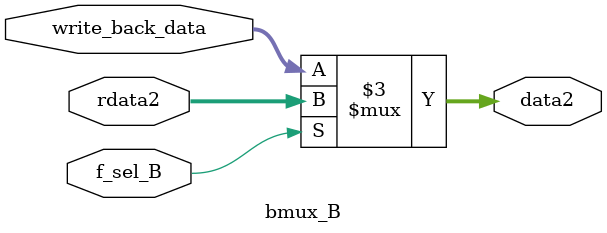
<source format=sv>
module bmux_B(
    input logic [31:0] rdata2,
    input logic [31:0] write_back_data,
    
    input logic f_sel_B,
    output logic [31:0] data2
);
always_comb begin
    if (f_sel_B) begin
         data2 = rdata2; end
    else begin data2 = write_back_data;end
    
    
end

endmodule
</source>
